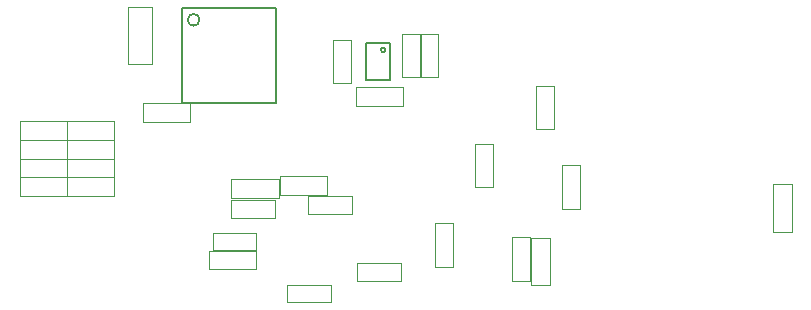
<source format=gbr>
%TF.GenerationSoftware,KiCad,Pcbnew,4.0.4+dfsg1-stable*%
%TF.CreationDate,2017-02-07T18:25:49+01:00*%
%TF.ProjectId,power,706F7765722E6B696361645F70636200,rev?*%
%TF.FileFunction,Other,User*%
%FSLAX46Y46*%
G04 Gerber Fmt 4.6, Leading zero omitted, Abs format (unit mm)*
G04 Created by KiCad (PCBNEW 4.0.4+dfsg1-stable) date Tue Feb  7 18:25:49 2017*
%MOMM*%
%LPD*%
G01*
G04 APERTURE LIST*
%ADD10C,0.100000*%
%ADD11C,0.050000*%
%ADD12C,0.150000*%
G04 APERTURE END LIST*
D10*
D11*
X64550000Y18570000D02*
X64550000Y22270000D01*
X63050000Y18570000D02*
X63050000Y22270000D01*
X64550000Y18570000D02*
X63050000Y18570000D01*
X64550000Y22270000D02*
X63050000Y22270000D01*
X83090000Y13900000D02*
X83090000Y9900000D01*
X84690000Y13900000D02*
X84690000Y9900000D01*
X83090000Y13900000D02*
X84690000Y13900000D01*
X83090000Y9900000D02*
X84690000Y9900000D01*
X60980000Y9450000D02*
X60980000Y5750000D01*
X62480000Y9450000D02*
X62480000Y5750000D01*
X60980000Y9450000D02*
X62480000Y9450000D01*
X60980000Y5750000D02*
X62480000Y5750000D01*
X65230000Y15510000D02*
X65230000Y11810000D01*
X66730000Y15510000D02*
X66730000Y11810000D01*
X65230000Y15510000D02*
X66730000Y15510000D01*
X65230000Y11810000D02*
X66730000Y11810000D01*
X57850000Y17350000D02*
X57850000Y13650000D01*
X59350000Y17350000D02*
X59350000Y13650000D01*
X57850000Y17350000D02*
X59350000Y17350000D01*
X57850000Y13650000D02*
X59350000Y13650000D01*
X53250000Y26680000D02*
X53250000Y22980000D01*
X54750000Y26680000D02*
X54750000Y22980000D01*
X53250000Y26680000D02*
X54750000Y26680000D01*
X53250000Y22980000D02*
X54750000Y22980000D01*
X47900000Y5750000D02*
X51600000Y5750000D01*
X47900000Y7250000D02*
X51600000Y7250000D01*
X47900000Y5750000D02*
X47900000Y7250000D01*
X51600000Y5750000D02*
X51600000Y7250000D01*
X39355000Y9815000D02*
X35655000Y9815000D01*
X39355000Y8315000D02*
X35655000Y8315000D01*
X39355000Y9815000D02*
X39355000Y8315000D01*
X35655000Y9815000D02*
X35655000Y8315000D01*
X45625000Y5425000D02*
X41925000Y5425000D01*
X45625000Y3925000D02*
X41925000Y3925000D01*
X45625000Y5425000D02*
X45625000Y3925000D01*
X41925000Y5425000D02*
X41925000Y3925000D01*
X51670000Y26680000D02*
X51670000Y22980000D01*
X53170000Y26680000D02*
X53170000Y22980000D01*
X51670000Y26680000D02*
X53170000Y26680000D01*
X51670000Y22980000D02*
X53170000Y22980000D01*
X40935000Y12575000D02*
X37235000Y12575000D01*
X40935000Y11075000D02*
X37235000Y11075000D01*
X40935000Y12575000D02*
X40935000Y11075000D01*
X37235000Y12575000D02*
X37235000Y11075000D01*
X47405000Y12935000D02*
X43705000Y12935000D01*
X47405000Y11435000D02*
X43705000Y11435000D01*
X47405000Y12935000D02*
X47405000Y11435000D01*
X43705000Y12935000D02*
X43705000Y11435000D01*
X45860000Y26160000D02*
X45860000Y22460000D01*
X47360000Y26160000D02*
X47360000Y22460000D01*
X45860000Y26160000D02*
X47360000Y26160000D01*
X45860000Y22460000D02*
X47360000Y22460000D01*
X54500000Y10600000D02*
X54500000Y6900000D01*
X56000000Y10600000D02*
X56000000Y6900000D01*
X54500000Y10600000D02*
X56000000Y10600000D01*
X54500000Y6900000D02*
X56000000Y6900000D01*
X19300000Y17700000D02*
X23300000Y17700000D01*
X19300000Y19300000D02*
X23300000Y19300000D01*
X19300000Y17700000D02*
X19300000Y19300000D01*
X23300000Y17700000D02*
X23300000Y19300000D01*
X19300000Y16100000D02*
X23300000Y16100000D01*
X19300000Y17700000D02*
X23300000Y17700000D01*
X19300000Y16100000D02*
X19300000Y17700000D01*
X23300000Y16100000D02*
X23300000Y17700000D01*
X19300000Y14500000D02*
X23300000Y14500000D01*
X19300000Y16100000D02*
X23300000Y16100000D01*
X19300000Y14500000D02*
X19300000Y16100000D01*
X23300000Y14500000D02*
X23300000Y16100000D01*
X19300000Y12900000D02*
X23300000Y12900000D01*
X19300000Y14500000D02*
X23300000Y14500000D01*
X19300000Y12900000D02*
X19300000Y14500000D01*
X23300000Y12900000D02*
X23300000Y14500000D01*
X30500000Y24100000D02*
X30500000Y28900000D01*
X28500000Y24100000D02*
X28500000Y28900000D01*
X30500000Y24100000D02*
X28500000Y24100000D01*
X30500000Y28900000D02*
X28500000Y28900000D01*
X64230000Y5370000D02*
X64230000Y9370000D01*
X62630000Y5370000D02*
X62630000Y9370000D01*
X64230000Y5370000D02*
X62630000Y5370000D01*
X64230000Y9370000D02*
X62630000Y9370000D01*
X27300000Y19300000D02*
X23300000Y19300000D01*
X27300000Y17700000D02*
X23300000Y17700000D01*
X27300000Y19300000D02*
X27300000Y17700000D01*
X23300000Y19300000D02*
X23300000Y17700000D01*
X27300000Y17700000D02*
X23300000Y17700000D01*
X27300000Y16100000D02*
X23300000Y16100000D01*
X27300000Y17700000D02*
X27300000Y16100000D01*
X23300000Y17700000D02*
X23300000Y16100000D01*
X27300000Y16100000D02*
X23300000Y16100000D01*
X27300000Y14500000D02*
X23300000Y14500000D01*
X27300000Y16100000D02*
X27300000Y14500000D01*
X23300000Y16100000D02*
X23300000Y14500000D01*
X27300000Y14500000D02*
X23300000Y14500000D01*
X27300000Y12900000D02*
X23300000Y12900000D01*
X27300000Y14500000D02*
X27300000Y12900000D01*
X23300000Y14500000D02*
X23300000Y12900000D01*
X35355000Y6705000D02*
X39355000Y6705000D01*
X35355000Y8305000D02*
X39355000Y8305000D01*
X35355000Y6705000D02*
X35355000Y8305000D01*
X39355000Y6705000D02*
X39355000Y8305000D01*
X51760000Y22170000D02*
X47760000Y22170000D01*
X51760000Y20570000D02*
X47760000Y20570000D01*
X51760000Y22170000D02*
X51760000Y20570000D01*
X47760000Y22170000D02*
X47760000Y20570000D01*
X45335000Y14595000D02*
X41335000Y14595000D01*
X45335000Y12995000D02*
X41335000Y12995000D01*
X45335000Y14595000D02*
X45335000Y12995000D01*
X41335000Y14595000D02*
X41335000Y12995000D01*
X41225000Y14355000D02*
X37225000Y14355000D01*
X41225000Y12755000D02*
X37225000Y12755000D01*
X41225000Y14355000D02*
X41225000Y12755000D01*
X37225000Y14355000D02*
X37225000Y12755000D01*
D12*
X34530000Y27840000D02*
G75*
G03X34530000Y27840000I-500000J0D01*
G01*
X33030000Y20840000D02*
X41030000Y20840000D01*
X41030000Y20840000D02*
X41030000Y28840000D01*
X41030000Y28840000D02*
X33030000Y28840000D01*
X33030000Y28840000D02*
X33030000Y20840000D01*
X50260000Y25310000D02*
G75*
G03X50260000Y25310000I-200000J0D01*
G01*
X48660000Y25910000D02*
X48660000Y22710000D01*
X48660000Y22710000D02*
X50660000Y22710000D01*
X50660000Y22710000D02*
X50660000Y25910000D01*
X50660000Y25910000D02*
X48660000Y25910000D01*
D11*
X29750000Y19200000D02*
X33750000Y19200000D01*
X29750000Y20800000D02*
X33750000Y20800000D01*
X29750000Y19200000D02*
X29750000Y20800000D01*
X33750000Y19200000D02*
X33750000Y20800000D01*
M02*

</source>
